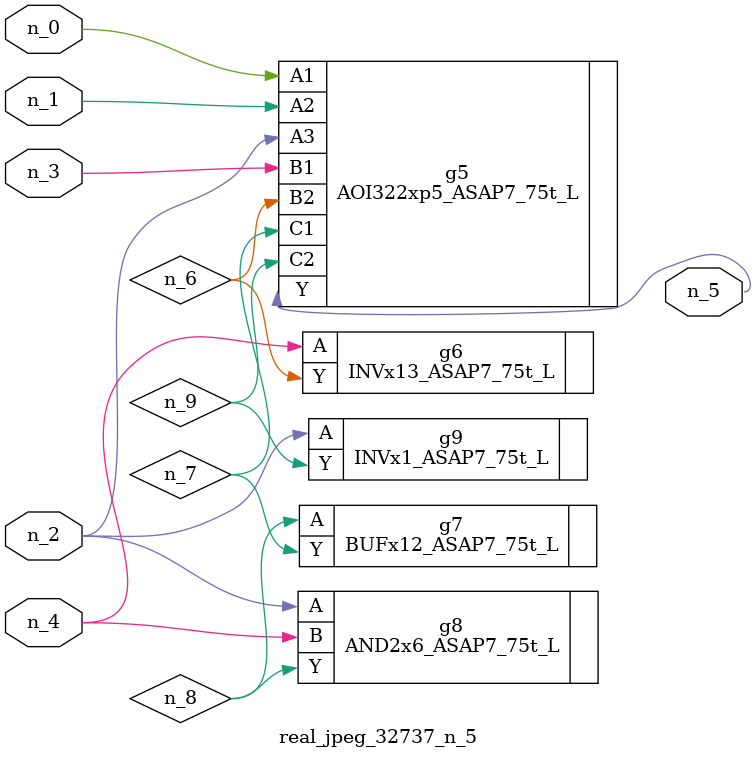
<source format=v>
module real_jpeg_32737_n_5 (n_4, n_0, n_1, n_2, n_3, n_5);

input n_4;
input n_0;
input n_1;
input n_2;
input n_3;

output n_5;

wire n_8;
wire n_6;
wire n_7;
wire n_9;

AOI322xp5_ASAP7_75t_L g5 ( 
.A1(n_0),
.A2(n_1),
.A3(n_2),
.B1(n_3),
.B2(n_6),
.C1(n_7),
.C2(n_9),
.Y(n_5)
);

AND2x6_ASAP7_75t_L g8 ( 
.A(n_2),
.B(n_4),
.Y(n_8)
);

INVx1_ASAP7_75t_L g9 ( 
.A(n_2),
.Y(n_9)
);

INVx13_ASAP7_75t_L g6 ( 
.A(n_4),
.Y(n_6)
);

BUFx12_ASAP7_75t_L g7 ( 
.A(n_8),
.Y(n_7)
);


endmodule
</source>
